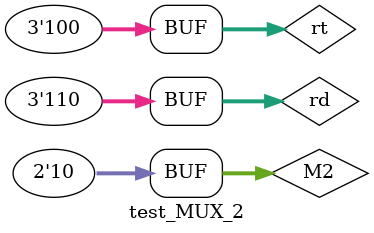
<source format=v>
`timescale 1ns / 1ps


module test_MUX_2;

parameter N=3;
 
 reg [N-1:0] rt;
 reg [N-1:0] rd;
 reg [1:0] M2;
 wire [N-1:0] Reg_write_ad;

MUX_2 mx2(
    .M2 (M2),
    .rd (rd),
    .rt (rt),
    .Reg_write_ad (Reg_write_ad)   
);

initial

begin
    #0 M2=0;
    #0 rt = 20;
    #0 rd=30;
    #5 M2=1;
    #5 M2=2;
end

endmodule
    
</source>
